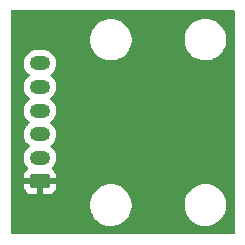
<source format=gbr>
%TF.GenerationSoftware,KiCad,Pcbnew,(6.0.9)*%
%TF.CreationDate,2023-01-09T21:32:37-09:00*%
%TF.ProjectId,ABSIS_Hall_Sensor,41425349-535f-4486-916c-6c5f53656e73,rev?*%
%TF.SameCoordinates,Original*%
%TF.FileFunction,Copper,L2,Bot*%
%TF.FilePolarity,Positive*%
%FSLAX46Y46*%
G04 Gerber Fmt 4.6, Leading zero omitted, Abs format (unit mm)*
G04 Created by KiCad (PCBNEW (6.0.9)) date 2023-01-09 21:32:37*
%MOMM*%
%LPD*%
G01*
G04 APERTURE LIST*
G04 Aperture macros list*
%AMRoundRect*
0 Rectangle with rounded corners*
0 $1 Rounding radius*
0 $2 $3 $4 $5 $6 $7 $8 $9 X,Y pos of 4 corners*
0 Add a 4 corners polygon primitive as box body*
4,1,4,$2,$3,$4,$5,$6,$7,$8,$9,$2,$3,0*
0 Add four circle primitives for the rounded corners*
1,1,$1+$1,$2,$3*
1,1,$1+$1,$4,$5*
1,1,$1+$1,$6,$7*
1,1,$1+$1,$8,$9*
0 Add four rect primitives between the rounded corners*
20,1,$1+$1,$2,$3,$4,$5,0*
20,1,$1+$1,$4,$5,$6,$7,0*
20,1,$1+$1,$6,$7,$8,$9,0*
20,1,$1+$1,$8,$9,$2,$3,0*%
G04 Aperture macros list end*
%TA.AperFunction,ComponentPad*%
%ADD10O,1.750000X1.200000*%
%TD*%
%TA.AperFunction,ComponentPad*%
%ADD11RoundRect,0.249999X0.625001X-0.350001X0.625001X0.350001X-0.625001X0.350001X-0.625001X-0.350001X0*%
%TD*%
%TA.AperFunction,ViaPad*%
%ADD12C,0.800000*%
%TD*%
G04 APERTURE END LIST*
D10*
%TO.P,J1,6*%
%TO.N,GND*%
X3000000Y-5000000D03*
%TO.P,J1,5*%
%TO.N,/CSN*%
X3000000Y-7000000D03*
%TO.P,J1,4*%
%TO.N,/SCK*%
X3000000Y-9000000D03*
%TO.P,J1,3*%
%TO.N,/MOSI*%
X3000000Y-11000000D03*
%TO.P,J1,2*%
%TO.N,/MISO*%
X3000000Y-13000000D03*
D11*
%TO.P,J1,1*%
%TO.N,+5V*%
X3000000Y-15000000D03*
%TD*%
D12*
%TO.N,+5V*%
X18493190Y-12413000D03*
%TD*%
%TA.AperFunction,Conductor*%
%TO.N,+5V*%
G36*
X19433621Y-528502D02*
G01*
X19480114Y-582158D01*
X19491500Y-634500D01*
X19491500Y-19365500D01*
X19471498Y-19433621D01*
X19417842Y-19480114D01*
X19365500Y-19491500D01*
X634500Y-19491500D01*
X566379Y-19471498D01*
X519886Y-19417842D01*
X508500Y-19365500D01*
X508500Y-17107655D01*
X7239858Y-17107655D01*
X7275104Y-17366638D01*
X7276412Y-17371124D01*
X7276412Y-17371126D01*
X7296098Y-17438664D01*
X7348243Y-17617567D01*
X7457668Y-17854928D01*
X7460231Y-17858837D01*
X7598410Y-18069596D01*
X7598414Y-18069601D01*
X7600976Y-18073509D01*
X7775018Y-18268506D01*
X7975970Y-18435637D01*
X7979973Y-18438066D01*
X8195422Y-18568804D01*
X8195426Y-18568806D01*
X8199419Y-18571229D01*
X8440455Y-18672303D01*
X8693783Y-18736641D01*
X8698434Y-18737109D01*
X8698438Y-18737110D01*
X8891308Y-18756531D01*
X8910867Y-18758500D01*
X9066354Y-18758500D01*
X9068679Y-18758327D01*
X9068685Y-18758327D01*
X9256000Y-18744407D01*
X9256004Y-18744406D01*
X9260652Y-18744061D01*
X9265200Y-18743032D01*
X9265206Y-18743031D01*
X9451601Y-18700853D01*
X9515577Y-18686377D01*
X9551769Y-18672303D01*
X9754824Y-18593340D01*
X9754827Y-18593339D01*
X9759177Y-18591647D01*
X9986098Y-18461951D01*
X10191357Y-18300138D01*
X10370443Y-18109763D01*
X10519424Y-17895009D01*
X10635025Y-17660593D01*
X10714707Y-17411665D01*
X10756721Y-17153693D01*
X10757324Y-17107655D01*
X15239858Y-17107655D01*
X15275104Y-17366638D01*
X15276412Y-17371124D01*
X15276412Y-17371126D01*
X15296098Y-17438664D01*
X15348243Y-17617567D01*
X15457668Y-17854928D01*
X15460231Y-17858837D01*
X15598410Y-18069596D01*
X15598414Y-18069601D01*
X15600976Y-18073509D01*
X15775018Y-18268506D01*
X15975970Y-18435637D01*
X15979973Y-18438066D01*
X16195422Y-18568804D01*
X16195426Y-18568806D01*
X16199419Y-18571229D01*
X16440455Y-18672303D01*
X16693783Y-18736641D01*
X16698434Y-18737109D01*
X16698438Y-18737110D01*
X16891308Y-18756531D01*
X16910867Y-18758500D01*
X17066354Y-18758500D01*
X17068679Y-18758327D01*
X17068685Y-18758327D01*
X17256000Y-18744407D01*
X17256004Y-18744406D01*
X17260652Y-18744061D01*
X17265200Y-18743032D01*
X17265206Y-18743031D01*
X17451601Y-18700853D01*
X17515577Y-18686377D01*
X17551769Y-18672303D01*
X17754824Y-18593340D01*
X17754827Y-18593339D01*
X17759177Y-18591647D01*
X17986098Y-18461951D01*
X18191357Y-18300138D01*
X18370443Y-18109763D01*
X18519424Y-17895009D01*
X18635025Y-17660593D01*
X18714707Y-17411665D01*
X18756721Y-17153693D01*
X18760142Y-16892345D01*
X18724896Y-16633362D01*
X18710473Y-16583877D01*
X18653068Y-16386932D01*
X18651757Y-16382433D01*
X18542332Y-16145072D01*
X18471633Y-16037238D01*
X18401590Y-15930404D01*
X18401586Y-15930399D01*
X18399024Y-15926491D01*
X18224982Y-15731494D01*
X18024030Y-15564363D01*
X17914527Y-15497915D01*
X17804578Y-15431196D01*
X17804574Y-15431194D01*
X17800581Y-15428771D01*
X17559545Y-15327697D01*
X17306217Y-15263359D01*
X17301566Y-15262891D01*
X17301562Y-15262890D01*
X17092271Y-15241816D01*
X17089133Y-15241500D01*
X16933646Y-15241500D01*
X16931321Y-15241673D01*
X16931315Y-15241673D01*
X16744000Y-15255593D01*
X16743996Y-15255594D01*
X16739348Y-15255939D01*
X16734800Y-15256968D01*
X16734794Y-15256969D01*
X16548399Y-15299147D01*
X16484423Y-15313623D01*
X16480071Y-15315315D01*
X16480069Y-15315316D01*
X16245176Y-15406660D01*
X16245173Y-15406661D01*
X16240823Y-15408353D01*
X16013902Y-15538049D01*
X15808643Y-15699862D01*
X15629557Y-15890237D01*
X15480576Y-16104991D01*
X15364975Y-16339407D01*
X15285293Y-16588335D01*
X15243279Y-16846307D01*
X15239858Y-17107655D01*
X10757324Y-17107655D01*
X10760142Y-16892345D01*
X10724896Y-16633362D01*
X10710473Y-16583877D01*
X10653068Y-16386932D01*
X10651757Y-16382433D01*
X10542332Y-16145072D01*
X10471633Y-16037238D01*
X10401590Y-15930404D01*
X10401586Y-15930399D01*
X10399024Y-15926491D01*
X10224982Y-15731494D01*
X10024030Y-15564363D01*
X9914527Y-15497915D01*
X9804578Y-15431196D01*
X9804574Y-15431194D01*
X9800581Y-15428771D01*
X9559545Y-15327697D01*
X9306217Y-15263359D01*
X9301566Y-15262891D01*
X9301562Y-15262890D01*
X9092271Y-15241816D01*
X9089133Y-15241500D01*
X8933646Y-15241500D01*
X8931321Y-15241673D01*
X8931315Y-15241673D01*
X8744000Y-15255593D01*
X8743996Y-15255594D01*
X8739348Y-15255939D01*
X8734800Y-15256968D01*
X8734794Y-15256969D01*
X8548399Y-15299147D01*
X8484423Y-15313623D01*
X8480071Y-15315315D01*
X8480069Y-15315316D01*
X8245176Y-15406660D01*
X8245173Y-15406661D01*
X8240823Y-15408353D01*
X8013902Y-15538049D01*
X7808643Y-15699862D01*
X7629557Y-15890237D01*
X7480576Y-16104991D01*
X7364975Y-16339407D01*
X7285293Y-16588335D01*
X7243279Y-16846307D01*
X7239858Y-17107655D01*
X508500Y-17107655D01*
X508500Y-15397098D01*
X1617000Y-15397098D01*
X1617337Y-15403613D01*
X1627256Y-15499205D01*
X1630150Y-15512604D01*
X1681588Y-15666785D01*
X1687762Y-15679964D01*
X1773063Y-15817810D01*
X1782099Y-15829209D01*
X1896828Y-15943738D01*
X1908239Y-15952750D01*
X2046242Y-16037816D01*
X2059423Y-16043963D01*
X2213709Y-16095138D01*
X2227085Y-16098005D01*
X2321437Y-16107672D01*
X2327853Y-16108000D01*
X2727885Y-16108000D01*
X2743124Y-16103525D01*
X2744329Y-16102135D01*
X2746000Y-16094452D01*
X2746000Y-16089885D01*
X3254000Y-16089885D01*
X3258475Y-16105124D01*
X3259865Y-16106329D01*
X3267548Y-16108000D01*
X3672098Y-16108000D01*
X3678613Y-16107663D01*
X3774205Y-16097744D01*
X3787604Y-16094850D01*
X3941785Y-16043412D01*
X3954964Y-16037238D01*
X4092810Y-15951937D01*
X4104209Y-15942901D01*
X4218738Y-15828172D01*
X4227750Y-15816761D01*
X4312816Y-15678758D01*
X4318963Y-15665577D01*
X4370138Y-15511291D01*
X4373005Y-15497915D01*
X4382672Y-15403563D01*
X4383000Y-15397147D01*
X4383000Y-15272115D01*
X4378525Y-15256876D01*
X4377135Y-15255671D01*
X4369452Y-15254000D01*
X3272115Y-15254000D01*
X3256876Y-15258475D01*
X3255671Y-15259865D01*
X3254000Y-15267548D01*
X3254000Y-16089885D01*
X2746000Y-16089885D01*
X2746000Y-15272115D01*
X2741525Y-15256876D01*
X2740135Y-15255671D01*
X2732452Y-15254000D01*
X1635115Y-15254000D01*
X1619876Y-15258475D01*
X1618671Y-15259865D01*
X1617000Y-15267548D01*
X1617000Y-15397098D01*
X508500Y-15397098D01*
X508500Y-12945604D01*
X1612787Y-12945604D01*
X1622567Y-13156899D01*
X1672125Y-13362534D01*
X1674607Y-13367992D01*
X1674608Y-13367996D01*
X1718053Y-13463546D01*
X1759674Y-13555087D01*
X1882054Y-13727611D01*
X1886381Y-13731753D01*
X1886386Y-13731759D01*
X1977690Y-13819163D01*
X2013067Y-13880718D01*
X2009548Y-13951627D01*
X1968252Y-14009378D01*
X1956862Y-14017326D01*
X1907187Y-14048065D01*
X1895791Y-14057099D01*
X1781262Y-14171828D01*
X1772250Y-14183239D01*
X1687184Y-14321242D01*
X1681037Y-14334423D01*
X1629862Y-14488709D01*
X1626995Y-14502085D01*
X1617328Y-14596437D01*
X1617000Y-14602854D01*
X1617000Y-14727885D01*
X1621475Y-14743124D01*
X1622865Y-14744329D01*
X1630548Y-14746000D01*
X4364885Y-14746000D01*
X4380124Y-14741525D01*
X4381329Y-14740135D01*
X4383000Y-14732452D01*
X4383000Y-14602902D01*
X4382663Y-14596387D01*
X4372744Y-14500795D01*
X4369850Y-14487396D01*
X4318412Y-14333215D01*
X4312238Y-14320036D01*
X4226937Y-14182190D01*
X4217901Y-14170791D01*
X4103172Y-14056262D01*
X4091761Y-14047250D01*
X4046345Y-14019255D01*
X3998852Y-13966483D01*
X3987428Y-13896411D01*
X4015702Y-13831287D01*
X4034625Y-13812912D01*
X4042920Y-13806396D01*
X4046852Y-13801865D01*
X4046855Y-13801862D01*
X4177621Y-13651167D01*
X4181552Y-13646637D01*
X4184552Y-13641451D01*
X4184555Y-13641447D01*
X4284467Y-13468742D01*
X4287473Y-13463546D01*
X4356861Y-13263729D01*
X4387213Y-13054396D01*
X4377433Y-12843101D01*
X4327875Y-12637466D01*
X4284525Y-12542122D01*
X4242806Y-12450368D01*
X4240326Y-12444913D01*
X4117946Y-12272389D01*
X3965150Y-12126119D01*
X3959255Y-12122312D01*
X3932837Y-12105254D01*
X3886460Y-12051499D01*
X3876507Y-11981203D01*
X3906139Y-11916686D01*
X3923353Y-11900317D01*
X3930446Y-11894746D01*
X4042920Y-11806396D01*
X4046852Y-11801865D01*
X4046855Y-11801862D01*
X4177621Y-11651167D01*
X4181552Y-11646637D01*
X4184552Y-11641451D01*
X4184555Y-11641447D01*
X4284467Y-11468742D01*
X4287473Y-11463546D01*
X4356861Y-11263729D01*
X4387213Y-11054396D01*
X4377433Y-10843101D01*
X4327875Y-10637466D01*
X4284525Y-10542122D01*
X4242806Y-10450368D01*
X4240326Y-10444913D01*
X4117946Y-10272389D01*
X3965150Y-10126119D01*
X3959255Y-10122312D01*
X3932837Y-10105254D01*
X3886460Y-10051499D01*
X3876507Y-9981203D01*
X3906139Y-9916686D01*
X3923353Y-9900317D01*
X3930446Y-9894746D01*
X4042920Y-9806396D01*
X4046852Y-9801865D01*
X4046855Y-9801862D01*
X4177621Y-9651167D01*
X4181552Y-9646637D01*
X4184552Y-9641451D01*
X4184555Y-9641447D01*
X4284467Y-9468742D01*
X4287473Y-9463546D01*
X4356861Y-9263729D01*
X4387213Y-9054396D01*
X4377433Y-8843101D01*
X4327875Y-8637466D01*
X4284525Y-8542122D01*
X4242806Y-8450368D01*
X4240326Y-8444913D01*
X4117946Y-8272389D01*
X3965150Y-8126119D01*
X3959255Y-8122312D01*
X3932837Y-8105254D01*
X3886460Y-8051499D01*
X3876507Y-7981203D01*
X3906139Y-7916686D01*
X3923353Y-7900317D01*
X3930446Y-7894746D01*
X4042920Y-7806396D01*
X4046852Y-7801865D01*
X4046855Y-7801862D01*
X4177621Y-7651167D01*
X4181552Y-7646637D01*
X4184552Y-7641451D01*
X4184555Y-7641447D01*
X4284467Y-7468742D01*
X4287473Y-7463546D01*
X4356861Y-7263729D01*
X4387213Y-7054396D01*
X4377433Y-6843101D01*
X4327875Y-6637466D01*
X4284525Y-6542122D01*
X4242806Y-6450368D01*
X4240326Y-6444913D01*
X4117946Y-6272389D01*
X3965150Y-6126119D01*
X3959255Y-6122312D01*
X3932837Y-6105254D01*
X3886460Y-6051499D01*
X3876507Y-5981203D01*
X3906139Y-5916686D01*
X3923353Y-5900317D01*
X3930446Y-5894746D01*
X4042920Y-5806396D01*
X4046852Y-5801865D01*
X4046855Y-5801862D01*
X4177621Y-5651167D01*
X4181552Y-5646637D01*
X4184552Y-5641451D01*
X4184555Y-5641447D01*
X4284467Y-5468742D01*
X4287473Y-5463546D01*
X4356861Y-5263729D01*
X4387213Y-5054396D01*
X4377433Y-4843101D01*
X4327875Y-4637466D01*
X4307043Y-4591647D01*
X4242806Y-4450368D01*
X4240326Y-4444913D01*
X4117946Y-4272389D01*
X3965150Y-4126119D01*
X3787452Y-4011380D01*
X3727354Y-3987160D01*
X3596832Y-3934558D01*
X3596829Y-3934557D01*
X3591263Y-3932314D01*
X3383663Y-3891772D01*
X3378101Y-3891500D01*
X2672154Y-3891500D01*
X2514434Y-3906548D01*
X2311466Y-3966092D01*
X2306139Y-3968836D01*
X2306138Y-3968836D01*
X2128751Y-4060196D01*
X2128748Y-4060198D01*
X2123420Y-4062942D01*
X1957080Y-4193604D01*
X1953148Y-4198135D01*
X1953145Y-4198138D01*
X1884474Y-4277275D01*
X1818448Y-4353363D01*
X1815448Y-4358549D01*
X1815445Y-4358553D01*
X1721661Y-4520665D01*
X1712527Y-4536454D01*
X1643139Y-4736271D01*
X1612787Y-4945604D01*
X1622567Y-5156899D01*
X1672125Y-5362534D01*
X1674607Y-5367992D01*
X1674608Y-5367996D01*
X1718053Y-5463546D01*
X1759674Y-5555087D01*
X1882054Y-5727611D01*
X2034850Y-5873881D01*
X2039888Y-5877134D01*
X2067163Y-5894746D01*
X2113540Y-5948501D01*
X2123493Y-6018797D01*
X2093861Y-6083314D01*
X2076649Y-6099681D01*
X1957080Y-6193604D01*
X1953148Y-6198135D01*
X1953145Y-6198138D01*
X1884474Y-6277275D01*
X1818448Y-6353363D01*
X1815448Y-6358549D01*
X1815445Y-6358553D01*
X1768312Y-6440026D01*
X1712527Y-6536454D01*
X1643139Y-6736271D01*
X1612787Y-6945604D01*
X1622567Y-7156899D01*
X1672125Y-7362534D01*
X1674607Y-7367992D01*
X1674608Y-7367996D01*
X1718053Y-7463546D01*
X1759674Y-7555087D01*
X1882054Y-7727611D01*
X2034850Y-7873881D01*
X2039888Y-7877134D01*
X2067163Y-7894746D01*
X2113540Y-7948501D01*
X2123493Y-8018797D01*
X2093861Y-8083314D01*
X2076649Y-8099681D01*
X1957080Y-8193604D01*
X1953148Y-8198135D01*
X1953145Y-8198138D01*
X1884474Y-8277275D01*
X1818448Y-8353363D01*
X1815448Y-8358549D01*
X1815445Y-8358553D01*
X1768312Y-8440026D01*
X1712527Y-8536454D01*
X1643139Y-8736271D01*
X1612787Y-8945604D01*
X1622567Y-9156899D01*
X1672125Y-9362534D01*
X1674607Y-9367992D01*
X1674608Y-9367996D01*
X1718053Y-9463546D01*
X1759674Y-9555087D01*
X1882054Y-9727611D01*
X2034850Y-9873881D01*
X2039888Y-9877134D01*
X2067163Y-9894746D01*
X2113540Y-9948501D01*
X2123493Y-10018797D01*
X2093861Y-10083314D01*
X2076649Y-10099681D01*
X1957080Y-10193604D01*
X1953148Y-10198135D01*
X1953145Y-10198138D01*
X1884474Y-10277275D01*
X1818448Y-10353363D01*
X1815448Y-10358549D01*
X1815445Y-10358553D01*
X1768312Y-10440026D01*
X1712527Y-10536454D01*
X1643139Y-10736271D01*
X1612787Y-10945604D01*
X1622567Y-11156899D01*
X1672125Y-11362534D01*
X1674607Y-11367992D01*
X1674608Y-11367996D01*
X1718053Y-11463546D01*
X1759674Y-11555087D01*
X1882054Y-11727611D01*
X2034850Y-11873881D01*
X2039888Y-11877134D01*
X2067163Y-11894746D01*
X2113540Y-11948501D01*
X2123493Y-12018797D01*
X2093861Y-12083314D01*
X2076649Y-12099681D01*
X1957080Y-12193604D01*
X1953148Y-12198135D01*
X1953145Y-12198138D01*
X1884474Y-12277275D01*
X1818448Y-12353363D01*
X1815448Y-12358549D01*
X1815445Y-12358553D01*
X1768312Y-12440026D01*
X1712527Y-12536454D01*
X1643139Y-12736271D01*
X1612787Y-12945604D01*
X508500Y-12945604D01*
X508500Y-3107655D01*
X7239858Y-3107655D01*
X7275104Y-3366638D01*
X7276412Y-3371124D01*
X7276412Y-3371126D01*
X7296098Y-3438664D01*
X7348243Y-3617567D01*
X7457668Y-3854928D01*
X7460231Y-3858837D01*
X7598410Y-4069596D01*
X7598414Y-4069601D01*
X7600976Y-4073509D01*
X7775018Y-4268506D01*
X7975970Y-4435637D01*
X7979973Y-4438066D01*
X8195422Y-4568804D01*
X8195426Y-4568806D01*
X8199419Y-4571229D01*
X8440455Y-4672303D01*
X8693783Y-4736641D01*
X8698434Y-4737109D01*
X8698438Y-4737110D01*
X8891308Y-4756531D01*
X8910867Y-4758500D01*
X9066354Y-4758500D01*
X9068679Y-4758327D01*
X9068685Y-4758327D01*
X9256000Y-4744407D01*
X9256004Y-4744406D01*
X9260652Y-4744061D01*
X9265200Y-4743032D01*
X9265206Y-4743031D01*
X9451601Y-4700853D01*
X9515577Y-4686377D01*
X9551769Y-4672303D01*
X9754824Y-4593340D01*
X9754827Y-4593339D01*
X9759177Y-4591647D01*
X9986098Y-4461951D01*
X10191357Y-4300138D01*
X10370443Y-4109763D01*
X10491988Y-3934558D01*
X10516759Y-3898851D01*
X10516761Y-3898848D01*
X10519424Y-3895009D01*
X10635025Y-3660593D01*
X10714707Y-3411665D01*
X10756721Y-3153693D01*
X10757324Y-3107655D01*
X15239858Y-3107655D01*
X15275104Y-3366638D01*
X15276412Y-3371124D01*
X15276412Y-3371126D01*
X15296098Y-3438664D01*
X15348243Y-3617567D01*
X15457668Y-3854928D01*
X15460231Y-3858837D01*
X15598410Y-4069596D01*
X15598414Y-4069601D01*
X15600976Y-4073509D01*
X15775018Y-4268506D01*
X15975970Y-4435637D01*
X15979973Y-4438066D01*
X16195422Y-4568804D01*
X16195426Y-4568806D01*
X16199419Y-4571229D01*
X16440455Y-4672303D01*
X16693783Y-4736641D01*
X16698434Y-4737109D01*
X16698438Y-4737110D01*
X16891308Y-4756531D01*
X16910867Y-4758500D01*
X17066354Y-4758500D01*
X17068679Y-4758327D01*
X17068685Y-4758327D01*
X17256000Y-4744407D01*
X17256004Y-4744406D01*
X17260652Y-4744061D01*
X17265200Y-4743032D01*
X17265206Y-4743031D01*
X17451601Y-4700853D01*
X17515577Y-4686377D01*
X17551769Y-4672303D01*
X17754824Y-4593340D01*
X17754827Y-4593339D01*
X17759177Y-4591647D01*
X17986098Y-4461951D01*
X18191357Y-4300138D01*
X18370443Y-4109763D01*
X18491988Y-3934558D01*
X18516759Y-3898851D01*
X18516761Y-3898848D01*
X18519424Y-3895009D01*
X18635025Y-3660593D01*
X18714707Y-3411665D01*
X18756721Y-3153693D01*
X18760142Y-2892345D01*
X18724896Y-2633362D01*
X18710473Y-2583877D01*
X18653068Y-2386932D01*
X18651757Y-2382433D01*
X18542332Y-2145072D01*
X18509519Y-2095024D01*
X18401590Y-1930404D01*
X18401586Y-1930399D01*
X18399024Y-1926491D01*
X18224982Y-1731494D01*
X18024030Y-1564363D01*
X17976844Y-1535730D01*
X17804578Y-1431196D01*
X17804574Y-1431194D01*
X17800581Y-1428771D01*
X17559545Y-1327697D01*
X17306217Y-1263359D01*
X17301566Y-1262891D01*
X17301562Y-1262890D01*
X17092271Y-1241816D01*
X17089133Y-1241500D01*
X16933646Y-1241500D01*
X16931321Y-1241673D01*
X16931315Y-1241673D01*
X16744000Y-1255593D01*
X16743996Y-1255594D01*
X16739348Y-1255939D01*
X16734800Y-1256968D01*
X16734794Y-1256969D01*
X16548399Y-1299147D01*
X16484423Y-1313623D01*
X16480071Y-1315315D01*
X16480069Y-1315316D01*
X16245176Y-1406660D01*
X16245173Y-1406661D01*
X16240823Y-1408353D01*
X16013902Y-1538049D01*
X15808643Y-1699862D01*
X15629557Y-1890237D01*
X15480576Y-2104991D01*
X15364975Y-2339407D01*
X15285293Y-2588335D01*
X15243279Y-2846307D01*
X15239858Y-3107655D01*
X10757324Y-3107655D01*
X10760142Y-2892345D01*
X10724896Y-2633362D01*
X10710473Y-2583877D01*
X10653068Y-2386932D01*
X10651757Y-2382433D01*
X10542332Y-2145072D01*
X10509519Y-2095024D01*
X10401590Y-1930404D01*
X10401586Y-1930399D01*
X10399024Y-1926491D01*
X10224982Y-1731494D01*
X10024030Y-1564363D01*
X9976844Y-1535730D01*
X9804578Y-1431196D01*
X9804574Y-1431194D01*
X9800581Y-1428771D01*
X9559545Y-1327697D01*
X9306217Y-1263359D01*
X9301566Y-1262891D01*
X9301562Y-1262890D01*
X9092271Y-1241816D01*
X9089133Y-1241500D01*
X8933646Y-1241500D01*
X8931321Y-1241673D01*
X8931315Y-1241673D01*
X8744000Y-1255593D01*
X8743996Y-1255594D01*
X8739348Y-1255939D01*
X8734800Y-1256968D01*
X8734794Y-1256969D01*
X8548399Y-1299147D01*
X8484423Y-1313623D01*
X8480071Y-1315315D01*
X8480069Y-1315316D01*
X8245176Y-1406660D01*
X8245173Y-1406661D01*
X8240823Y-1408353D01*
X8013902Y-1538049D01*
X7808643Y-1699862D01*
X7629557Y-1890237D01*
X7480576Y-2104991D01*
X7364975Y-2339407D01*
X7285293Y-2588335D01*
X7243279Y-2846307D01*
X7239858Y-3107655D01*
X508500Y-3107655D01*
X508500Y-634500D01*
X528502Y-566379D01*
X582158Y-519886D01*
X634500Y-508500D01*
X19365500Y-508500D01*
X19433621Y-528502D01*
G37*
%TD.AperFunction*%
%TD*%
M02*

</source>
